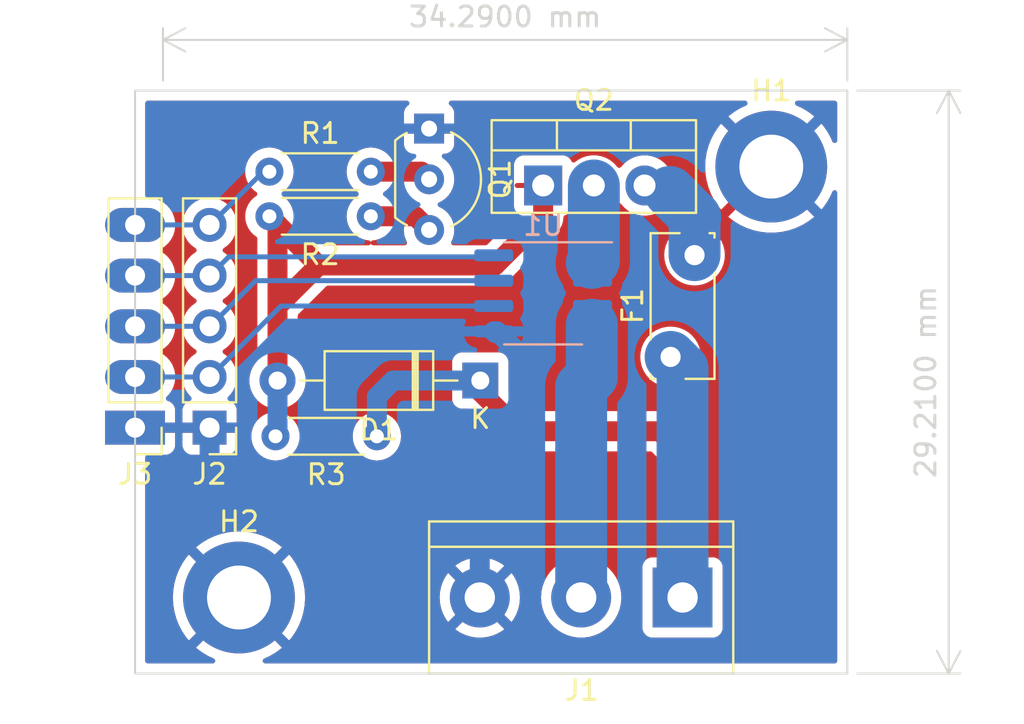
<source format=kicad_pcb>
(kicad_pcb (version 20211014) (generator pcbnew)
  (layers (0 "F.Cu" signal) (31 "B.Cu" signal) (34 "B.Paste" user) (35 "F.Paste" user) (36 "B.SilkS" user "B.Silkscreen") (37 "F.SilkS" user "F.Silkscreen") (38 "B.Mask" user) (39 "F.Mask" user) (44 "Edge.Cuts" user))
  (net 0 "")
  (net 1 "+VDC")
  (net 2 "Net-(D1-Pad2)")
  (net 3 "GND")
  (net 4 "+5V")
  (net 5 "/Input")
  (net 6 "/Vout")
  (net 7 "/Filter")
  (net 8 "/30Amp")
  (net 9 "Net-(Q1-Pad2)")
  (net 10 "Net-(Q1-Pad3)")
  (net 11 "/3_30Amp")
  (net 12 "/2_30Amp")
  (footprint "Connector_PinHeader_2.54mm:PinHeader_1x05_P2.54mm_Vertical" (layer "F.Cu") (at 139.4968 90.551 180)
    (fp_text reference "J2" (at 0 -2.33) (layer "F.SilkS"))
    (fp_text value "Conn_01x05_Male")
    (fp_line (start -1.33 1.27) (end -1.33 11.49) (layer "F.SilkS") (width 0.12))
    (fp_line (start -1.33 1.27) (end 1.33 1.27) (layer "F.SilkS") (width 0.12))
    (fp_line (start -1.33 11.49) (end 1.33 11.49) (layer "F.SilkS") (width 0.12))
    (fp_line (start 1.33 1.27) (end 1.33 11.49) (layer "F.SilkS") (width 0.12))
    (fp_line (start -1.33 -1.33) (end 0 -1.33) (layer "F.SilkS") (width 0.12))
    (fp_line (start -1.33 0) (end -1.33 -1.33) (layer "F.SilkS") (width 0.12))
    (pad "1" thru_hole rect locked (at 0 0 180) (size 1.7 1.7) (drill 1) (layers *.Cu *.Mask) (net 3 "GND"))
    (pad "2" thru_hole oval locked (at 0 2.54 180) (size 1.7 1.7) (drill 1) (layers *.Cu *.Mask) (net 7 "/Filter"))
    (pad "3" thru_hole oval locked (at 0 5.08 180) (size 1.7 1.7) (drill 1) (layers *.Cu *.Mask) (net 6 "/Vout"))
    (pad "4" thru_hole oval locked (at 0 7.62 180) (size 1.7 1.7) (drill 1) (layers *.Cu *.Mask) (net 4 "+5V"))
    (pad "5" thru_hole oval locked (at 0 10.16 180) (size 1.7 1.7) (drill 1) (layers *.Cu *.Mask) (net 5 "/Input"))
  )
  (footprint "MountingHole:MountingHole_3.2mm_M3_DIN965_Pad" (layer "F.Cu") (at 167.64 77.47)
    (fp_text reference "H1" (at 0 -3.8) (layer "F.SilkS"))
    (fp_text value "MountingHole_Pad")
    (pad "1" thru_hole circle locked (at 0 0) (size 5.6 5.6) (drill 3.2) (layers *.Cu *.Mask) (net 3 "GND"))
  )
  (footprint "Resistor_THT:R_Axial_DIN0204_L3.6mm_D1.6mm_P5.08mm_Horizontal" (layer "F.Cu") (at 147.8788 90.9828 180)
    (fp_text reference "R3" (at 2.54 -1.92) (layer "F.SilkS"))
    (fp_text value "R_Small")
    (fp_line (start 0.62 -0.92) (end 4.46 -0.92) (layer "F.SilkS") (width 0.12))
    (fp_line (start 0.62 0.92) (end 4.46 0.92) (layer "F.SilkS") (width 0.12))
    (pad "1" thru_hole circle locked (at 0 0 180) (size 1.4 1.4) (drill 0.7) (layers *.Cu *.Mask) (net 1 "+VDC"))
    (pad "2" thru_hole oval locked (at 5.08 0 180) (size 1.4 1.4) (drill 0.7) (layers *.Cu *.Mask) (net 2 "Net-(D1-Pad2)"))
  )
  (footprint "Diode_THT:D_A-405_P10.16mm_Horizontal" (layer "F.Cu") (at 153.0604 88.1888 180)
    (fp_text reference "D1" (at 5.08 -2.47) (layer "F.SilkS"))
    (fp_text value "D_Small")
    (fp_text user "K" (at 0 -1.9) (layer "F.SilkS"))
    (fp_line (start 3.14 -1.47) (end 3.14 1.47) (layer "F.SilkS") (width 0.12))
    (fp_line (start 9.02 0) (end 7.8 0) (layer "F.SilkS") (width 0.12))
    (fp_line (start 7.8 -1.47) (end 2.36 -1.47) (layer "F.SilkS") (width 0.12))
    (fp_line (start 2.36 -1.47) (end 2.36 1.47) (layer "F.SilkS") (width 0.12))
    (fp_line (start 7.8 1.47) (end 7.8 -1.47) (layer "F.SilkS") (width 0.12))
    (fp_line (start 3.26 -1.47) (end 3.26 1.47) (layer "F.SilkS") (width 0.12))
    (fp_line (start 3.38 -1.47) (end 3.38 1.47) (layer "F.SilkS") (width 0.12))
    (fp_line (start 1.14 0) (end 2.36 0) (layer "F.SilkS") (width 0.12))
    (fp_line (start 2.36 1.47) (end 7.8 1.47) (layer "F.SilkS") (width 0.12))
    (pad "1" thru_hole rect locked (at 0 0 180) (size 1.8 1.8) (drill 0.9) (layers *.Cu *.Mask) (net 1 "+VDC"))
    (pad "2" thru_hole oval locked (at 10.16 0 180) (size 1.8 1.8) (drill 0.9) (layers *.Cu *.Mask) (net 2 "Net-(D1-Pad2)"))
  )
  (footprint "TerminalBlock:TerminalBlock_bornier-3_P5.08mm" (layer "F.Cu") (at 163.195 99.06 180)
    (fp_text reference "J1" (at 5.05 -4.65) (layer "F.SilkS"))
    (fp_text value "Screw_Terminal_01x02")
    (fp_line (start -2.54 3.81) (end -2.54 -3.81) (layer "F.SilkS") (width 0.12))
    (fp_line (start -2.54 2.54) (end 12.7 2.54) (layer "F.SilkS") (width 0.12))
    (fp_line (start 12.7 3.81) (end 12.7 -3.81) (layer "F.SilkS") (width 0.12))
    (fp_line (start -2.54 3.81) (end 12.7 3.81) (layer "F.SilkS") (width 0.12))
    (fp_line (start -2.54 -3.81) (end 12.7 -3.81) (layer "F.SilkS") (width 0.12))
    (pad "1" thru_hole rect locked (at 0 0 180) (size 3 3) (drill 1.52) (layers *.Cu *.Mask) (net 1 "+VDC"))
    (pad "2" thru_hole circle locked (at 5.08 0 180) (size 3 3) (drill 1.52) (layers *.Cu *.Mask) (net 11 "/3_30Amp"))
    (pad "3" thru_hole circle locked (at 10.16 0 180) (size 3 3) (drill 1.52) (layers *.Cu *.Mask) (net 3 "GND"))
  )
  (footprint "Connector_PinHeader_2.54mm:PinHeader_1x05_P2.54mm_Vertical" (layer "F.Cu") (at 135.763 90.551 180)
    (fp_text reference "J3" (at 0 -2.33) (layer "F.SilkS"))
    (fp_text value "Conn_01x05_Male")
    (fp_line (start -1.33 0) (end -1.33 -1.33) (layer "F.SilkS") (width 0.12))
    (fp_line (start 1.33 1.27) (end 1.33 11.49) (layer "F.SilkS") (width 0.12))
    (fp_line (start -1.33 11.49) (end 1.33 11.49) (layer "F.SilkS") (width 0.12))
    (fp_line (start -1.33 1.27) (end -1.33 11.49) (layer "F.SilkS") (width 0.12))
    (fp_line (start -1.33 -1.33) (end 0 -1.33) (layer "F.SilkS") (width 0.12))
    (fp_line (start -1.33 1.27) (end 1.33 1.27) (layer "F.SilkS") (width 0.12))
    (pad "1" thru_hole rect locked (at 0 0 180) (size 3 1.7) (drill 1) (layers *.Cu *.Mask) (net 3 "GND"))
    (pad "2" thru_hole oval locked (at 0 2.54 180) (size 3 1.7) (drill 1) (layers *.Cu *.Mask) (net 7 "/Filter"))
    (pad "3" thru_hole oval locked (at 0 5.08 180) (size 3 1.7) (drill 1) (layers *.Cu *.Mask) (net 6 "/Vout"))
    (pad "4" thru_hole oval locked (at 0 7.62 180) (size 3 1.7) (drill 1) (layers *.Cu *.Mask) (net 4 "+5V"))
    (pad "5" thru_hole oval locked (at 0 10.16 180) (size 3 1.7) (drill 1) (layers *.Cu *.Mask) (net 5 "/Input"))
  )
  (footprint "Package_TO_SOT_THT:TO-220-3_Vertical" (layer "F.Cu") (at 156.21 78.415)
    (fp_text reference "Q2" (at 2.54 -4.27) (layer "F.SilkS"))
    (fp_text value "IRF9540N")
    (fp_line (start -2.58 -3.27) (end 7.66 -3.27) (layer "F.SilkS") (width 0.12))
    (fp_line (start -2.58 1.371) (end 7.66 1.371) (layer "F.SilkS") (width 0.12))
    (fp_line (start 7.66 -3.27) (end 7.66 1.371) (layer "F.SilkS") (width 0.12))
    (fp_line (start 0.69 -3.27) (end 0.69 -1.76) (layer "F.SilkS") (width 0.12))
    (fp_line (start -2.58 -3.27) (end -2.58 1.371) (layer "F.SilkS") (width 0.12))
    (fp_line (start -2.58 -1.76) (end 7.66 -1.76) (layer "F.SilkS") (width 0.12))
    (fp_line (start 4.391 -3.27) (end 4.391 -1.76) (layer "F.SilkS") (width 0.12))
    (pad "1" thru_hole rect locked (at 0 0) (size 1.905 2) (drill 1.1) (layers *.Cu *.Mask) (net 2 "Net-(D1-Pad2)"))
    (pad "2" thru_hole oval locked (at 2.54 0) (size 1.905 2) (drill 1.1) (layers *.Cu *.Mask) (net 12 "/2_30Amp"))
    (pad "3" thru_hole oval locked (at 5.08 0) (size 1.905 2) (drill 1.1) (layers *.Cu *.Mask) (net 8 "/30Amp"))
  )
  (footprint "Fuse:Fuse_Bourns_MF-RG300" (layer "F.Cu") (at 162.595 87.005 90)
    (fp_text reference "F1" (at 2.55 -1.9 90) (layer "F.SilkS"))
    (fp_text value "Fuse")
    (fp_line (start -1.1 -1) (end -0.879 -1) (layer "F.SilkS") (width 0.12))
    (fp_line (start 5.979 2.2) (end 6.2 2.2) (layer "F.SilkS") (width 0.12))
    (fp_line (start 0.879 -1) (end 6.2 -1) (layer "F.SilkS") (width 0.12))
    (fp_line (start -1.1 0.75) (end -1.1 2.2) (layer "F.SilkS") (width 0.12))
    (fp_line (start -1.1 2.2) (end 4.222 2.2) (layer "F.SilkS") (width 0.12))
    (fp_line (start 6.2 -1) (end 6.2 0.451) (layer "F.SilkS") (width 0.12))
    (fp_line (start 6.2 1.95) (end 6.2 2.2) (layer "F.SilkS") (width 0.12))
    (fp_line (start -1.1 -1) (end -1.1 -0.75) (layer "F.SilkS") (width 0.12))
    (pad "1" thru_hole circle locked (at 0 0 90) (size 2.01 2.01) (drill 1.01) (layers *.Cu *.Mask) (net 1 "+VDC"))
    (pad "2" thru_hole circle locked (at 5.1 1.2 90) (size 2.01 2.01) (drill 1.01) (layers *.Cu *.Mask) (net 8 "/30Amp"))
  )
  (footprint "MountingHole:MountingHole_3.2mm_M3_DIN965_Pad" (layer "F.Cu") (at 140.97 99.06)
    (fp_text reference "H2" (at 0 -3.8) (layer "F.SilkS"))
    (fp_text value "MountingHole_Pad")
    (pad "1" thru_hole circle locked (at 0 0) (size 5.6 5.6) (drill 3.2) (layers *.Cu *.Mask) (net 3 "GND"))
  )
  (footprint "Resistor_THT:R_Axial_DIN0204_L3.6mm_D1.6mm_P5.08mm_Horizontal" (layer "F.Cu") (at 142.494 77.724)
    (fp_text reference "R1" (at 2.54 -1.92) (layer "F.SilkS"))
    (fp_text value "R_Small")
    (fp_line (start 0.62 0.92) (end 4.46 0.92) (layer "F.SilkS") (width 0.12))
    (fp_line (start 0.62 -0.92) (end 4.46 -0.92) (layer "F.SilkS") (width 0.12))
    (pad "1" thru_hole circle locked (at 0 0) (size 1.4 1.4) (drill 0.7) (layers *.Cu *.Mask) (net 5 "/Input"))
    (pad "2" thru_hole oval locked (at 5.08 0) (size 1.4 1.4) (drill 0.7) (layers *.Cu *.Mask) (net 9 "Net-(Q1-Pad2)"))
  )
  (footprint "Package_TO_SOT_THT:TO-92L_Inline_Wide" (layer "F.Cu") (at 150.495 75.565 -90)
    (fp_text reference "Q1" (at 2.54 -3.56 90) (layer "F.SilkS"))
    (fp_text value "2N2219")
    (fp_line (start 0.6 1.7) (end 4.45 1.7) (layer "F.SilkS") (width 0.12))
    (fp_arc (start 0.6 1.7) (mid 0.389183 1.423933) (end 0.217369 1.122045) (layer "F.SilkS") (width 0.12))
    (fp_arc (start 2.54 -2.6) (mid 3.936979 -2.192818) (end 4.8964 -1.098807) (layer "F.SilkS") (width 0.12))
    (fp_arc (start 4.842383 1.112264) (mid 4.666594 1.419753) (end 4.45 1.7) (layer "F.SilkS") (width 0.12))
    (fp_arc (start 0.1836 -1.098807) (mid 1.143021 -2.192817) (end 2.54 -2.6) (layer "F.SilkS") (width 0.12))
    (pad "1" thru_hole rect locked (at 0 0 270) (size 1.5 1.5) (drill 0.8) (layers *.Cu *.Mask) (net 3 "GND"))
    (pad "2" thru_hole circle locked (at 2.54 0 270) (size 1.5 1.5) (drill 0.8) (layers *.Cu *.Mask) (net 9 "Net-(Q1-Pad2)"))
    (pad "3" thru_hole circle locked (at 5.08 0 270) (size 1.5 1.5) (drill 0.8) (layers *.Cu *.Mask) (net 10 "Net-(Q1-Pad3)"))
  )
  (footprint "Resistor_THT:R_Axial_DIN0204_L3.6mm_D1.6mm_P5.08mm_Horizontal" (layer "F.Cu") (at 147.574 79.9592 180)
    (fp_text reference "R2" (at 2.54 -1.92) (layer "F.SilkS"))
    (fp_text value "R_Small")
    (fp_line (start 0.62 -0.92) (end 4.46 -0.92) (layer "F.SilkS") (width 0.12))
    (fp_line (start 0.62 0.92) (end 4.46 0.92) (layer "F.SilkS") (width 0.12))
    (pad "1" thru_hole circle locked (at 0 0 180) (size 1.4 1.4) (drill 0.7) (layers *.Cu *.Mask) (net 10 "Net-(Q1-Pad3)"))
    (pad "2" thru_hole oval locked (at 5.08 0 180) (size 1.4 1.4) (drill 0.7) (layers *.Cu *.Mask) (net 2 "Net-(D1-Pad2)"))
  )
  (footprint "Package_SO:SOIC-8_3.9x4.9mm_P1.27mm" (layer "B.Cu") (at 156.21 83.82 180)
    (fp_text reference "U1" (at 0 3.4) (layer "B.SilkS") (effects (justify mirror)))
    (fp_text value "ACS712xLCTR-30A")
    (fp_line (start 0 -2.56) (end 1.95 -2.56) (layer "B.SilkS") (width 0.12))
    (fp_line (start 0 2.56) (end -3.45 2.56) (layer "B.SilkS") (width 0.12))
    (fp_line (start 0 -2.56) (end -1.95 -2.56) (layer "B.SilkS") (width 0.12))
    (fp_line (start 0 2.56) (end 1.95 2.56) (layer "B.SilkS") (width 0.12))
    (pad "1" smd roundrect locked (at -2.475 1.905 180) (size 1.95 0.6) (layers "B.Cu" "B.Paste" "B.Mask") (net 12 "/2_30Amp"))
    (pad "2" smd roundrect locked (at -2.475 0.635 180) (size 1.95 0.6) (layers "B.Cu" "B.Paste" "B.Mask") (net 12 "/2_30Amp"))
    (pad "3" smd roundrect locked (at -2.475 -0.635 180) (size 1.95 0.6) (layers "B.Cu" "B.Paste" "B.Mask") (net 11 "/3_30Amp"))
    (pad "4" smd roundrect locked (at -2.475 -1.905 180) (size 1.95 0.6) (layers "B.Cu" "B.Paste" "B.Mask") (net 11 "/3_30Amp"))
    (pad "5" smd roundrect locked (at 2.475 -1.905 180) (size 1.95 0.6) (layers "B.Cu" "B.Paste" "B.Mask") (net 3 "GND"))
    (pad "6" smd roundrect locked (at 2.475 -0.635 180) (size 1.95 0.6) (layers "B.Cu" "B.Paste" "B.Mask") (net 7 "/Filter"))
    (pad "7" smd roundrect locked (at 2.475 0.635 180) (size 1.95 0.6) (layers "B.Cu" "B.Paste" "B.Mask") (net 6 "/Vout"))
    (pad "8" smd roundrect locked (at 2.475 1.905 180) (size 1.95 0.6) (layers "B.Cu" "B.Paste" "B.Mask") (net 4 "+5V"))
  )
  (gr_rect (start 135.763 73.66) (end 171.45 102.87) (layer "Edge.Cuts") (width 0.1) (fill none))
  (dimension (type aligned) (layer "Edge.Cuts") (pts (xy 137.16 73.66) (xy 171.45 73.66)) (height -2.54) (gr_text "34.2900 mm" (at 154.305 69.97) (layer "Edge.Cuts") (effects (font (size 1 1) (thickness 0.15)))) (format (units 3) (units_format 1) (precision 4)) (style (thickness 0.1) (arrow_length 1.27) (text_position_mode 0) (extension_height 0.58642) (extension_offset 0.5) keep_text_aligned))
  (dimension (type aligned) (layer "Edge.Cuts") (pts (xy 171.45 73.66) (xy 171.45 102.87)) (height -5.08) (gr_text "29.2100 mm" (at 175.38 88.265 90) (layer "Edge.Cuts") (effects (font (size 1 1) (thickness 0.15)))) (format (units 3) (units_format 1) (precision 4)) (style (thickness 0.1) (arrow_length 1.27) (text_position_mode 0) (extension_height 0.58642) (extension_offset 0.5) keep_text_aligned))
  (segment (start 163.195 91.8718) (end 163.195 99.06) (width 1) (layer "F.Cu") (net 1))
  (segment (start 162.052 90.7288) (end 163.195 91.8718) (width 1) (layer "F.Cu") (net 1))
  (segment (start 155.0416 90.7288) (end 162.052 90.7288) (width 1) (layer "F.Cu") (net 1))
  (segment (start 153.0604 88.7476) (end 155.0416 90.7288) (width 1) (layer "F.Cu") (net 1))
  (segment (start 153.0604 88.1888) (end 153.0604 88.7476) (width 1) (layer "F.Cu") (net 1))
  (segment (start 147.8788 89.0016) (end 148.6916 88.1888) (width 1) (layer "B.Cu") (net 1))
  (segment (start 147.8788 90.9828) (end 147.8788 89.0016) (width 1) (layer "B.Cu") (net 1))
  (segment (start 163.195 87.605) (end 162.595 87.005) (width 2.6) (layer "B.Cu") (net 1))
  (segment (start 163.195 99.06) (end 163.195 87.605) (width 2.6) (layer "B.Cu") (net 1))
  (segment (start 148.6916 88.1888) (end 153.0604 88.1888) (width 1) (layer "B.Cu") (net 1))
  (segment (start 154.9094 78.415) (end 156.21 78.415) (width 0.25) (layer "F.Cu") (net 2))
  (segment (start 142.9004 88.1888) (end 142.9004 84.2264) (width 1) (layer "F.Cu") (net 2))
  (segment (start 144.9578 82.423) (end 143.1544 84.2264) (width 1) (layer "F.Cu") (net 2))
  (segment (start 156.21 80.01) (end 156.21 78.415) (width 1) (layer "F.Cu") (net 2))
  (segment (start 143.1544 84.2264) (end 142.9004 84.2264) (width 1) (layer "F.Cu") (net 2))
  (segment (start 153.797 82.423) (end 156.21 80.01) (width 1) (layer "F.Cu") (net 2))
  (segment (start 142.494 79.9592) (end 144.9578 82.423) (width 1) (layer "F.Cu") (net 2))
  (segment (start 142.9004 84.2264) (end 142.9004 80.3656) (width 1) (layer "F.Cu") (net 2))
  (segment (start 144.9578 82.423) (end 153.797 82.423) (width 1) (layer "F.Cu") (net 2))
  (segment (start 142.9004 80.3656) (end 142.494 79.9592) (width 1) (layer "F.Cu") (net 2))
  (segment (start 142.9004 90.8812) (end 142.7988 90.9828) (width 1) (layer "B.Cu") (net 2))
  (segment (start 142.9004 88.1888) (end 142.9004 90.8812) (width 1) (layer "B.Cu") (net 2))
  (segment (start 153.8224 85.8124) (end 153.735 85.725) (width 1) (layer "B.Cu") (net 3))
  (segment (start 139.4968 90.5714) (end 139.4968 92.5068) (width 1) (layer "B.Cu") (net 3))
  (segment (start 153.035 93.345) (end 153.035 92.8878) (width 1) (layer "B.Cu") (net 3))
  (segment (start 155.3464 91.6686) (end 154.2542 91.6686) (width 1) (layer "B.Cu") (net 3))
  (segment (start 153.035 99.06) (end 153.035 93.345) (width 1) (layer "B.Cu") (net 3))
  (segment (start 155.3464 87.1728) (end 153.8986 85.725) (width 1) (layer "B.Cu") (net 3))
  (segment (start 155.3464 91.6686) (end 155.3464 87.1728) (width 1) (layer "B.Cu") (net 3))
  (segment (start 154.2542 91.6686) (end 153.035 92.8878) (width 1) (layer "B.Cu") (net 3))
  (segment (start 139.4968 92.5068) (end 140.97 93.98) (width 1) (layer "B.Cu") (net 3))
  (segment (start 153.8986 85.725) (end 153.735 85.725) (width 1) (layer "B.Cu") (net 3))
  (segment (start 152.4 93.98) (end 153.035 93.345) (width 1) (layer "B.Cu") (net 3))
  (segment (start 140.97 93.98) (end 152.4 93.98) (width 1) (layer "B.Cu") (net 3))
  (segment (start 139.4968 82.931) (end 135.88802 82.931) (width 0.25) (layer "B.Cu") (net 4))
  (segment (start 153.6588 81.9912) (end 153.735 81.915) (width 0.25) (layer "B.Cu") (net 4))
  (segment (start 139.4968 82.9514) (end 140.457 81.9912) (width 0.25) (layer "B.Cu") (net 4))
  (segment (start 140.457 81.9912) (end 153.6588 81.9912) (width 0.25) (layer "B.Cu") (net 4))
  (segment (start 142.1842 77.724) (end 142.494 77.724) (width 0.25) (layer "B.Cu") (net 5))
  (segment (start 139.4968 80.391) (end 135.88802 80.391) (width 0.25) (layer "B.Cu") (net 5))
  (segment (start 139.4968 80.4114) (end 142.1842 77.724) (width 0.25) (layer "B.Cu") (net 5))
  (segment (start 139.4968 85.471) (end 135.88802 85.471) (width 0.25) (layer "B.Cu") (net 6))
  (segment (start 139.4968 85.4914) (end 141.8032 83.185) (width 0.25) (layer "B.Cu") (net 6))
  (segment (start 141.8032 83.185) (end 153.735 83.185) (width 0.25) (layer "B.Cu") (net 6))
  (segment (start 139.4968 88.011) (end 135.88802 88.011) (width 0.25) (layer "B.Cu") (net 7))
  (segment (start 143.0732 84.455) (end 153.735 84.455) (width 0.25) (layer "B.Cu") (net 7))
  (segment (start 139.4968 88.0314) (end 143.0732 84.455) (width 0.25) (layer "B.Cu") (net 7))
  (segment (start 163.795 80.045) (end 163.83 80.01) (width 2.6) (layer "B.Cu") (net 8))
  (segment (start 163.83 80.01) (end 162.56 78.74) (width 2.6) (layer "B.Cu") (net 8))
  (segment (start 163.795 81.905) (end 163.795 80.045) (width 2.6) (layer "B.Cu") (net 8))
  (segment (start 147.574 77.724) (end 150.114 77.724) (width 1) (layer "F.Cu") (net 9))
  (segment (start 150.114 77.724) (end 150.495 78.105) (width 1) (layer "F.Cu") (net 9))
  (segment (start 149.8092 79.9592) (end 150.495 80.645) (width 1) (layer "F.Cu") (net 10))
  (segment (start 147.574 79.9592) (end 149.8092 79.9592) (width 1) (layer "F.Cu") (net 10))
  (segment (start 158.115 99.06) (end 158.115 88.519) (width 2.6) (layer "B.Cu") (net 11))
  (segment (start 158.6484 87.9856) (end 158.6484 85.3948) (width 2.6) (layer "B.Cu") (net 11))
  (segment (start 158.115 88.519) (end 158.6484 87.9856) (width 2.6) (layer "B.Cu") (net 11))
  (segment (start 158.75 82.1944) (end 158.6484 82.296) (width 2.6) (layer "B.Cu") (net 12))
  (segment (start 158.75 78.415) (end 158.75 82.1944) (width 2.6) (layer "B.Cu") (net 12))
  (zone (net 3) (net_name "GND") (layer "F.Cu") (connect_pads (clearance 0.508)) (min_thickness 0.254) (fill yes (thermal_gap 0.508) (thermal_bridge_width 0.508))
    (polygon (pts (xy 173.99 105.41) (xy 134.62 105.41) (xy 134.62 71.12) (xy 173.99 71.12)))
  )
  (zone (net 3) (net_name "GND") (layer "B.Cu") (connect_pads (clearance 0.508)) (min_thickness 0.254) (fill yes (thermal_gap 0.508) (thermal_bridge_width 0.508))
    (polygon (pts (xy 172.72 104.14) (xy 135.89 104.14) (xy 135.89 72.39) (xy 172.72 72.39)))
  )
)
</source>
